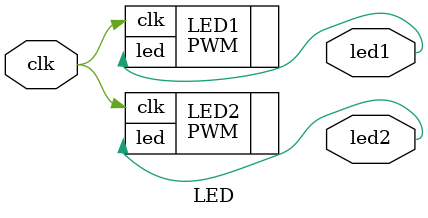
<source format=v>
module LED(        
    input   clk,
    output  led1,
	output	led2
);

PWM	LED1(
	.clk	(clk),
	.led	(led1)
);

PWM	LED2(
	.clk	(clk),
	.led	(led2)
);

endmodule
</source>
